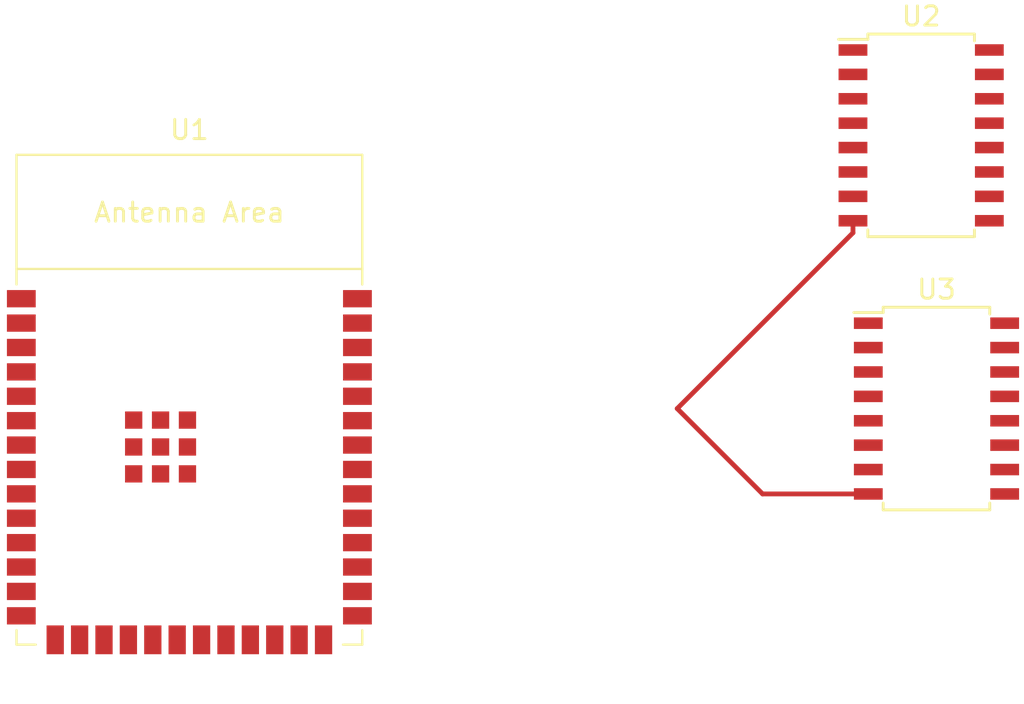
<source format=kicad_pcb>
(kicad_pcb (version 20211014) (generator pcbnew)
  (layers (0 "F.Cu" signal) (31 "B.Cu" signal) (34 "B.Paste" user) (35 "F.Paste" user) (36 "B.SilkS" user "B.Silkscreen") (37 "F.SilkS" user "F.Silkscreen") (38 "B.Mask" user) (39 "F.Mask" user) (44 "Edge.Cuts" user))
  (net 0 "")
  (net 1 "Net-(U1-Pad1)")
  (net 62 "GNDREF")
  (footprint "Package_SO:SOIC-16W_5.3x10.2mm_P1.27mm" (layer "F.Cu") (at 86.65 51.816)
    (fp_text reference "U3" (at 0 -6.2) (layer "F.SilkS"))
    (fp_text value "74HC4051")
    (fp_line (start 2.775 5.275) (end 2.775 4.92) (layer "F.SilkS") (width 0.15))
    (fp_line (start 2.775 -5.275) (end 2.775 -4.92) (layer "F.SilkS") (width 0.15))
    (fp_line (start -2.775 -5.275) (end -2.775 -5) (layer "F.SilkS") (width 0.15))
    (fp_line (start -2.775 -5) (end -4.3 -5) (layer "F.SilkS") (width 0.15))
    (fp_line (start -2.775 -5.275) (end 2.775 -5.275) (layer "F.SilkS") (width 0.15))
    (fp_line (start -2.775 5.275) (end 2.775 5.275) (layer "F.SilkS") (width 0.15))
    (fp_line (start -2.775 5.275) (end -2.775 4.92) (layer "F.SilkS") (width 0.15))
    (pad "1" smd rect (at -3.55 -4.445) (size 1.5 0.6) (layers "F.Cu" "F.Paste" "F.Mask"))
    (pad "2" smd rect (at -3.55 -3.175) (size 1.5 0.6) (layers "F.Cu" "F.Paste" "F.Mask"))
    (pad "3" smd rect (at -3.55 -1.905) (size 1.5 0.6) (layers "F.Cu" "F.Paste" "F.Mask"))
    (pad "4" smd rect (at -3.55 -0.635) (size 1.5 0.6) (layers "F.Cu" "F.Paste" "F.Mask"))
    (pad "5" smd rect (at -3.55 0.635) (size 1.5 0.6) (layers "F.Cu" "F.Paste" "F.Mask"))
    (pad "6" smd rect (at -3.55 1.905) (size 1.5 0.6) (layers "F.Cu" "F.Paste" "F.Mask"))
    (pad "7" smd rect (at -3.55 3.175) (size 1.5 0.6) (layers "F.Cu" "F.Paste" "F.Mask"))
    (pad "8" smd rect (at -3.55 4.445) (size 1.5 0.6) (layers "F.Cu" "F.Paste" "F.Mask") (net 62 "GNDREF"))
    (pad "9" smd rect (at 3.55 4.445) (size 1.5 0.6) (layers "F.Cu" "F.Paste" "F.Mask"))
    (pad "10" smd rect (at 3.55 3.175) (size 1.5 0.6) (layers "F.Cu" "F.Paste" "F.Mask"))
    (pad "11" smd rect (at 3.55 1.905) (size 1.5 0.6) (layers "F.Cu" "F.Paste" "F.Mask"))
    (pad "12" smd rect (at 3.55 0.635) (size 1.5 0.6) (layers "F.Cu" "F.Paste" "F.Mask"))
    (pad "13" smd rect (at 3.55 -0.635) (size 1.5 0.6) (layers "F.Cu" "F.Paste" "F.Mask"))
    (pad "14" smd rect (at 3.55 -1.905) (size 1.5 0.6) (layers "F.Cu" "F.Paste" "F.Mask"))
    (pad "15" smd rect (at 3.55 -3.175) (size 1.5 0.6) (layers "F.Cu" "F.Paste" "F.Mask"))
    (pad "16" smd rect (at 3.55 -4.445) (size 1.5 0.6) (layers "F.Cu" "F.Paste" "F.Mask"))
  )
  (footprint "Package_SO:SOIC-16W_5.3x10.2mm_P1.27mm" (layer "F.Cu") (at 85.852 37.592)
    (fp_text reference "U2" (at 0 -6.2) (layer "F.SilkS"))
    (fp_text value "74HC4051")
    (fp_line (start -2.775 5.275) (end 2.775 5.275) (layer "F.SilkS") (width 0.15))
    (fp_line (start -2.775 5.275) (end -2.775 4.92) (layer "F.SilkS") (width 0.15))
    (fp_line (start -2.775 -5) (end -4.3 -5) (layer "F.SilkS") (width 0.15))
    (fp_line (start -2.775 -5.275) (end -2.775 -5) (layer "F.SilkS") (width 0.15))
    (fp_line (start 2.775 -5.275) (end 2.775 -4.92) (layer "F.SilkS") (width 0.15))
    (fp_line (start 2.775 5.275) (end 2.775 4.92) (layer "F.SilkS") (width 0.15))
    (fp_line (start -2.775 -5.275) (end 2.775 -5.275) (layer "F.SilkS") (width 0.15))
    (pad "1" smd rect (at -3.55 -4.445) (size 1.5 0.6) (layers "F.Cu" "F.Paste" "F.Mask"))
    (pad "2" smd rect (at -3.55 -3.175) (size 1.5 0.6) (layers "F.Cu" "F.Paste" "F.Mask"))
    (pad "3" smd rect (at -3.55 -1.905) (size 1.5 0.6) (layers "F.Cu" "F.Paste" "F.Mask"))
    (pad "4" smd rect (at -3.55 -0.635) (size 1.5 0.6) (layers "F.Cu" "F.Paste" "F.Mask"))
    (pad "5" smd rect (at -3.55 0.635) (size 1.5 0.6) (layers "F.Cu" "F.Paste" "F.Mask"))
    (pad "6" smd rect (at -3.55 1.905) (size 1.5 0.6) (layers "F.Cu" "F.Paste" "F.Mask"))
    (pad "7" smd rect (at -3.55 3.175) (size 1.5 0.6) (layers "F.Cu" "F.Paste" "F.Mask"))
    (pad "8" smd rect (at -3.55 4.445) (size 1.5 0.6) (layers "F.Cu" "F.Paste" "F.Mask") (net 62 "GNDREF"))
    (pad "9" smd rect (at 3.55 4.445) (size 1.5 0.6) (layers "F.Cu" "F.Paste" "F.Mask"))
    (pad "10" smd rect (at 3.55 3.175) (size 1.5 0.6) (layers "F.Cu" "F.Paste" "F.Mask"))
    (pad "11" smd rect (at 3.55 1.905) (size 1.5 0.6) (layers "F.Cu" "F.Paste" "F.Mask"))
    (pad "12" smd rect (at 3.55 0.635) (size 1.5 0.6) (layers "F.Cu" "F.Paste" "F.Mask"))
    (pad "13" smd rect (at 3.55 -0.635) (size 1.5 0.6) (layers "F.Cu" "F.Paste" "F.Mask"))
    (pad "14" smd rect (at 3.55 -1.905) (size 1.5 0.6) (layers "F.Cu" "F.Paste" "F.Mask"))
    (pad "15" smd rect (at 3.55 -3.175) (size 1.5 0.6) (layers "F.Cu" "F.Paste" "F.Mask"))
    (pad "16" smd rect (at 3.55 -4.445) (size 1.5 0.6) (layers "F.Cu" "F.Paste" "F.Mask"))
  )
  (footprint "Espressif:ESP32-S3-WROOM-1" (layer "F.Cu") (at 47.752 54.356)
    (fp_text reference "U1" (at 0 -17.05) (layer "F.SilkS"))
    (fp_text value "ESP32-S3-WROOM-1")
    (fp_text user "Antenna Area" (at 0 -12.75) (layer "F.SilkS"))
    (fp_line (start 9 9.75) (end 8 9.75) (layer "F.SilkS") (width 0.12))
    (fp_line (start -9 -15.75) (end 9 -15.75) (layer "F.SilkS") (width 0.12))
    (fp_line (start 9 -9.81) (end -9 -9.81) (layer "F.SilkS") (width 0.12))
    (fp_line (start -9 9.75) (end -8 9.75) (layer "F.SilkS") (width 0.12))
    (fp_line (start 9 -15.75) (end 9 -9) (layer "F.SilkS") (width 0.12))
    (fp_line (start -9 -15.75) (end -9 -9) (layer "F.SilkS") (width 0.12))
    (fp_line (start 9 9) (end 9 9.75) (layer "F.SilkS") (width 0.12))
    (fp_line (start -9 9) (end -9 9.75) (layer "F.SilkS") (width 0.12))
    (pad "1" smd rect (at -8.75 -8.26) (size 1.5 0.9) (layers "F.Cu" "F.Paste" "F.Mask") (net 1 "Net-(U1-Pad1)"))
    (pad "2" smd rect (at -8.75 -6.99) (size 1.5 0.9) (layers "F.Cu" "F.Paste" "F.Mask"))
    (pad "3" smd rect (at -8.75 -5.72) (size 1.5 0.9) (layers "F.Cu" "F.Paste" "F.Mask"))
    (pad "4" smd rect (at -8.75 -4.45) (size 1.5 0.9) (layers "F.Cu" "F.Paste" "F.Mask"))
    (pad "5" smd rect (at -8.75 -3.18) (size 1.5 0.9) (layers "F.Cu" "F.Paste" "F.Mask"))
    (pad "6" smd rect (at -8.75 -1.91) (size 1.5 0.9) (layers "F.Cu" "F.Paste" "F.Mask"))
    (pad "7" smd rect (at -8.75 -0.64) (size 1.5 0.9) (layers "F.Cu" "F.Paste" "F.Mask"))
    (pad "8" smd rect (at -8.75 0.63) (size 1.5 0.9) (layers "F.Cu" "F.Paste" "F.Mask"))
    (pad "9" smd rect (at -8.75 1.9) (size 1.5 0.9) (layers "F.Cu" "F.Paste" "F.Mask"))
    (pad "10" smd rect (at -8.75 3.17) (size 1.5 0.9) (layers "F.Cu" "F.Paste" "F.Mask"))
    (pad "11" smd rect (at -8.75 4.44) (size 1.5 0.9) (layers "F.Cu" "F.Paste" "F.Mask"))
    (pad "12" smd rect (at -8.75 5.71) (size 1.5 0.9) (layers "F.Cu" "F.Paste" "F.Mask"))
    (pad "13" smd rect (at -8.75 6.98) (size 1.5 0.9) (layers "F.Cu" "F.Paste" "F.Mask"))
    (pad "14" smd rect (at -8.75 8.25) (size 1.5 0.9) (layers "F.Cu" "F.Paste" "F.Mask"))
    (pad "15" smd rect (at -6.985 9.5 90) (size 1.5 0.9) (layers "F.Cu" "F.Paste" "F.Mask"))
    (pad "16" smd rect (at -5.715 9.5 90) (size 1.5 0.9) (layers "F.Cu" "F.Paste" "F.Mask"))
    (pad "17" smd rect (at -4.445 9.5 90) (size 1.5 0.9) (layers "F.Cu" "F.Paste" "F.Mask"))
    (pad "18" smd rect (at -3.175 9.5 90) (size 1.5 0.9) (layers "F.Cu" "F.Paste" "F.Mask"))
    (pad "19" smd rect (at -1.905 9.5 90) (size 1.5 0.9) (layers "F.Cu" "F.Paste" "F.Mask"))
    (pad "20" smd rect (at -0.635 9.5 90) (size 1.5 0.9) (layers "F.Cu" "F.Paste" "F.Mask"))
    (pad "21" smd rect (at 0.635 9.5 90) (size 1.5 0.9) (layers "F.Cu" "F.Paste" "F.Mask"))
    (pad "22" smd rect (at 1.905 9.5 90) (size 1.5 0.9) (layers "F.Cu" "F.Paste" "F.Mask"))
    (pad "23" smd rect (at 3.175 9.5 90) (size 1.5 0.9) (layers "F.Cu" "F.Paste" "F.Mask"))
    (pad "24" smd rect (at 4.445 9.5 90) (size 1.5 0.9) (layers "F.Cu" "F.Paste" "F.Mask"))
    (pad "25" smd rect (at 5.715 9.5 90) (size 1.5 0.9) (layers "F.Cu" "F.Paste" "F.Mask"))
    (pad "26" smd rect (at 6.985 9.5 90) (size 1.5 0.9) (layers "F.Cu" "F.Paste" "F.Mask"))
    (pad "27" smd rect (at 8.75 8.25 180) (size 1.5 0.9) (layers "F.Cu" "F.Paste" "F.Mask"))
    (pad "28" smd rect (at 8.75 6.98 180) (size 1.5 0.9) (layers "F.Cu" "F.Paste" "F.Mask"))
    (pad "29" smd rect (at 8.75 5.71 180) (size 1.5 0.9) (layers "F.Cu" "F.Paste" "F.Mask"))
    (pad "30" smd rect (at 8.75 4.44 180) (size 1.5 0.9) (layers "F.Cu" "F.Paste" "F.Mask"))
    (pad "31" smd rect (at 8.75 3.17 180) (size 1.5 0.9) (layers "F.Cu" "F.Paste" "F.Mask"))
    (pad "32" smd rect (at 8.75 1.9 180) (size 1.5 0.9) (layers "F.Cu" "F.Paste" "F.Mask"))
    (pad "33" smd rect (at 8.75 0.63 180) (size 1.5 0.9) (layers "F.Cu" "F.Paste" "F.Mask"))
    (pad "34" smd rect (at 8.75 -0.64 180) (size 1.5 0.9) (layers "F.Cu" "F.Paste" "F.Mask"))
    (pad "35" smd rect (at 8.75 -1.91 180) (size 1.5 0.9) (layers "F.Cu" "F.Paste" "F.Mask"))
    (pad "36" smd rect (at 8.75 -3.18 180) (size 1.5 0.9) (layers "F.Cu" "F.Paste" "F.Mask"))
    (pad "37" smd rect (at 8.75 -4.45 180) (size 1.5 0.9) (layers "F.Cu" "F.Paste" "F.Mask"))
    (pad "38" smd rect (at 8.75 -5.72 180) (size 1.5 0.9) (layers "F.Cu" "F.Paste" "F.Mask"))
    (pad "39" smd rect (at 8.75 -6.99 180) (size 1.5 0.9) (layers "F.Cu" "F.Paste" "F.Mask"))
    (pad "40" smd rect (at 8.75 -8.26 180) (size 1.5 0.9) (layers "F.Cu" "F.Paste" "F.Mask") (net 1 "Net-(U1-Pad1)"))
    (pad "41" smd rect (at -1.5 -1.94 180) (size 0.9 0.9) (layers "F.Cu" "F.Paste" "F.Mask") (net 1 "Net-(U1-Pad1)"))
    (pad "41" smd rect (at -2.9 -0.54 180) (size 0.9 0.9) (layers "F.Cu" "F.Paste" "F.Mask") (net 1 "Net-(U1-Pad1)"))
    (pad "41" smd rect (at -1.5 0.86 180) (size 0.9 0.9) (layers "F.Cu" "F.Paste" "F.Mask") (net 1 "Net-(U1-Pad1)"))
    (pad "41" smd rect (at -0.1 -1.94 180) (size 0.9 0.9) (layers "F.Cu" "F.Paste" "F.Mask") (net 1 "Net-(U1-Pad1)"))
    (pad "41" smd rect (at -2.9 0.86 180) (size 0.9 0.9) (layers "F.Cu" "F.Paste" "F.Mask") (net 1 "Net-(U1-Pad1)"))
    (pad "41" smd rect (at -1.5 -0.54 180) (size 0.9 0.9) (layers "F.Cu" "F.Paste" "F.Mask") (net 1 "Net-(U1-Pad1)"))
    (pad "41" smd rect (at -0.1 -0.54 180) (size 0.9 0.9) (layers "F.Cu" "F.Paste" "F.Mask") (net 1 "Net-(U1-Pad1)"))
    (pad "41" smd rect (at -0.1 0.86 180) (size 0.9 0.9) (layers "F.Cu" "F.Paste" "F.Mask") (net 1 "Net-(U1-Pad1)"))
    (pad "41" smd rect (at -2.9 -1.94 180) (size 0.9 0.9) (layers "F.Cu" "F.Paste" "F.Mask") (net 1 "Net-(U1-Pad1)"))
  )
  (segment (start 82.302 42.037) (end 82.302 42.666) (width 0.25) (layer "F.Cu") (net 62))
  (segment (start 77.597 56.261) (end 83.1 56.261) (width 0.25) (layer "F.Cu") (net 62))
  (segment (start 73.152 51.816) (end 77.597 56.261) (width 0.25) (layer "F.Cu") (net 62))
  (segment (start 82.302 42.666) (end 73.152 51.816) (width 0.25) (layer "F.Cu") (net 62))
)
</source>
